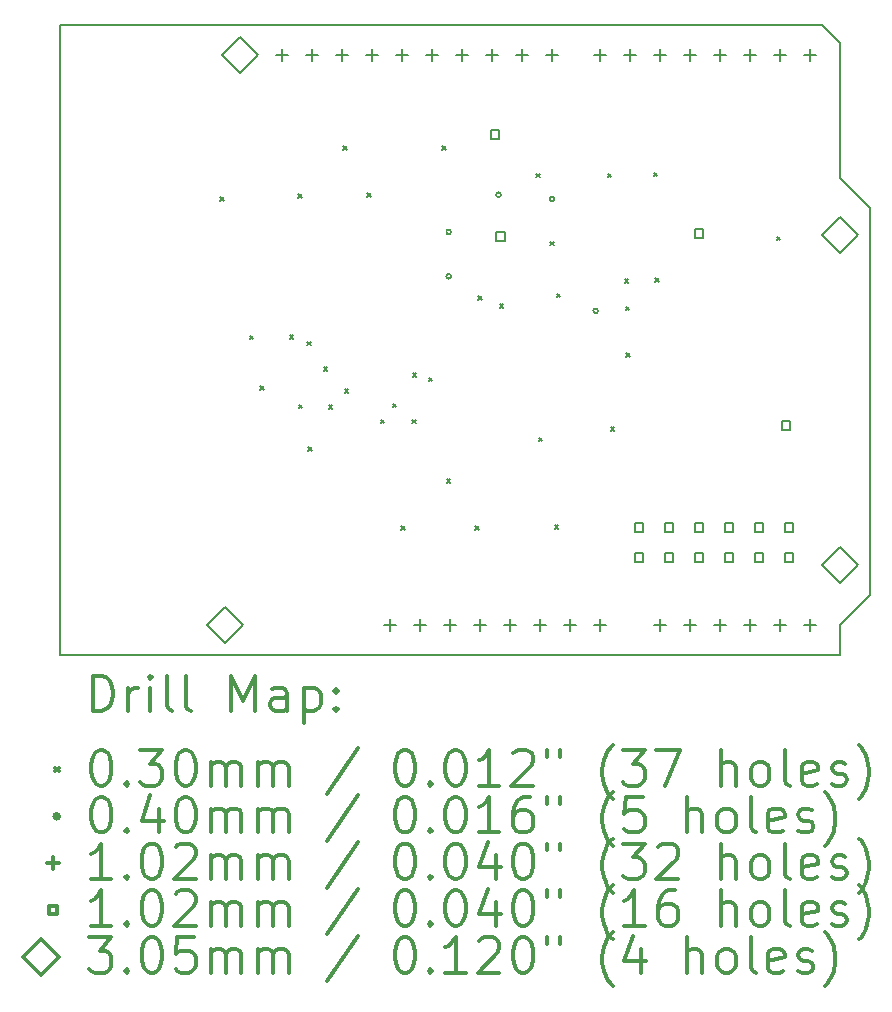
<source format=gbr>
%FSLAX45Y45*%
G04 Gerber Fmt 4.5, Leading zero omitted, Abs format (unit mm)*
G04 Created by KiCad (PCBNEW (5.1.8)-1) date 2021-05-07 12:59:07*
%MOMM*%
%LPD*%
G01*
G04 APERTURE LIST*
%TA.AperFunction,Profile*%
%ADD10C,0.150000*%
%TD*%
%ADD11C,0.200000*%
%ADD12C,0.300000*%
G04 APERTURE END LIST*
D10*
X17703800Y-7454900D02*
X17551400Y-7302500D01*
X17703800Y-8597900D02*
X17703800Y-7454900D01*
X17957800Y-8851900D02*
X17703800Y-8597900D01*
X17957800Y-12128500D02*
X17957800Y-8851900D01*
X17703800Y-12382500D02*
X17957800Y-12128500D01*
X17703800Y-12636500D02*
X17703800Y-12382500D01*
X11099800Y-12636500D02*
X17703800Y-12636500D01*
X11099800Y-7302500D02*
X11099800Y-12636500D01*
X17551400Y-7302500D02*
X11099800Y-7302500D01*
D11*
X12456400Y-8760700D02*
X12486400Y-8790700D01*
X12486400Y-8760700D02*
X12456400Y-8790700D01*
X12705320Y-9931640D02*
X12735320Y-9961640D01*
X12735320Y-9931640D02*
X12705320Y-9961640D01*
X12796760Y-10358360D02*
X12826760Y-10388360D01*
X12826760Y-10358360D02*
X12796760Y-10388360D01*
X13045680Y-9926560D02*
X13075680Y-9956560D01*
X13075680Y-9926560D02*
X13045680Y-9956560D01*
X13116800Y-8735300D02*
X13146800Y-8765300D01*
X13146800Y-8735300D02*
X13116800Y-8765300D01*
X13121880Y-10515840D02*
X13151880Y-10545840D01*
X13151880Y-10515840D02*
X13121880Y-10545840D01*
X13193000Y-9982440D02*
X13223000Y-10012440D01*
X13223000Y-9982440D02*
X13193000Y-10012440D01*
X13203160Y-10876520D02*
X13233160Y-10906520D01*
X13233160Y-10876520D02*
X13203160Y-10906520D01*
X13335240Y-10195800D02*
X13365240Y-10225800D01*
X13365240Y-10195800D02*
X13335240Y-10225800D01*
X13375880Y-10520920D02*
X13405880Y-10550920D01*
X13405880Y-10520920D02*
X13375880Y-10550920D01*
X13497800Y-8328900D02*
X13527800Y-8358900D01*
X13527800Y-8328900D02*
X13497800Y-8358900D01*
X13513040Y-10383760D02*
X13543040Y-10413760D01*
X13543040Y-10383760D02*
X13513040Y-10413760D01*
X13701000Y-8722600D02*
X13731000Y-8752600D01*
X13731000Y-8722600D02*
X13701000Y-8752600D01*
X13817840Y-10642840D02*
X13847840Y-10672840D01*
X13847840Y-10642840D02*
X13817840Y-10672840D01*
X13919440Y-10505680D02*
X13949440Y-10535680D01*
X13949440Y-10505680D02*
X13919440Y-10535680D01*
X13990560Y-11542000D02*
X14020560Y-11572000D01*
X14020560Y-11542000D02*
X13990560Y-11572000D01*
X14082000Y-10642840D02*
X14112000Y-10672840D01*
X14112000Y-10642840D02*
X14082000Y-10672840D01*
X14087080Y-10246600D02*
X14117080Y-10276600D01*
X14117080Y-10246600D02*
X14087080Y-10276600D01*
X14224240Y-10287240D02*
X14254240Y-10317240D01*
X14254240Y-10287240D02*
X14224240Y-10317240D01*
X14336000Y-8328900D02*
X14366000Y-8358900D01*
X14366000Y-8328900D02*
X14336000Y-8358900D01*
X14376640Y-11145760D02*
X14406640Y-11175760D01*
X14406640Y-11145760D02*
X14376640Y-11175760D01*
X14615400Y-11542000D02*
X14645400Y-11572000D01*
X14645400Y-11542000D02*
X14615400Y-11572000D01*
X14640800Y-9596360D02*
X14670800Y-9626360D01*
X14670800Y-9596360D02*
X14640800Y-9626360D01*
X14823680Y-9664940D02*
X14853680Y-9694940D01*
X14853680Y-9664940D02*
X14823680Y-9694940D01*
X15133560Y-8560040D02*
X15163560Y-8590040D01*
X15163560Y-8560040D02*
X15133560Y-8590040D01*
X15153880Y-10795240D02*
X15183880Y-10825240D01*
X15183880Y-10795240D02*
X15153880Y-10825240D01*
X15250400Y-9134080D02*
X15280400Y-9164080D01*
X15280400Y-9134080D02*
X15250400Y-9164080D01*
X15291040Y-11536920D02*
X15321040Y-11566920D01*
X15321040Y-11536920D02*
X15291040Y-11566920D01*
X15306280Y-9576040D02*
X15336280Y-9606040D01*
X15336280Y-9576040D02*
X15306280Y-9606040D01*
X15738080Y-8560040D02*
X15768080Y-8590040D01*
X15768080Y-8560040D02*
X15738080Y-8590040D01*
X15763480Y-10703800D02*
X15793480Y-10733800D01*
X15793480Y-10703800D02*
X15763480Y-10733800D01*
X15880320Y-9454120D02*
X15910320Y-9484120D01*
X15910320Y-9454120D02*
X15880320Y-9484120D01*
X15890480Y-9685260D02*
X15920480Y-9715260D01*
X15920480Y-9685260D02*
X15890480Y-9715260D01*
X15895560Y-10081500D02*
X15925560Y-10111500D01*
X15925560Y-10081500D02*
X15895560Y-10111500D01*
X16129240Y-8549880D02*
X16159240Y-8579880D01*
X16159240Y-8549880D02*
X16129240Y-8579880D01*
X16139400Y-9443960D02*
X16169400Y-9473960D01*
X16169400Y-9443960D02*
X16139400Y-9473960D01*
X17170640Y-9093440D02*
X17200640Y-9123440D01*
X17200640Y-9093440D02*
X17170640Y-9123440D01*
X14411640Y-9052560D02*
G75*
G03*
X14411640Y-9052560I-20000J0D01*
G01*
X14411640Y-9428480D02*
G75*
G03*
X14411640Y-9428480I-20000J0D01*
G01*
X14833280Y-8737600D02*
G75*
G03*
X14833280Y-8737600I-20000J0D01*
G01*
X15285400Y-8773160D02*
G75*
G03*
X15285400Y-8773160I-20000J0D01*
G01*
X15656240Y-9720580D02*
G75*
G03*
X15656240Y-9720580I-20000J0D01*
G01*
X12979400Y-7505700D02*
X12979400Y-7607300D01*
X12928600Y-7556500D02*
X13030200Y-7556500D01*
X13233400Y-7505700D02*
X13233400Y-7607300D01*
X13182600Y-7556500D02*
X13284200Y-7556500D01*
X13487400Y-7505700D02*
X13487400Y-7607300D01*
X13436600Y-7556500D02*
X13538200Y-7556500D01*
X13741400Y-7505700D02*
X13741400Y-7607300D01*
X13690600Y-7556500D02*
X13792200Y-7556500D01*
X13995400Y-7505700D02*
X13995400Y-7607300D01*
X13944600Y-7556500D02*
X14046200Y-7556500D01*
X14249400Y-7505700D02*
X14249400Y-7607300D01*
X14198600Y-7556500D02*
X14300200Y-7556500D01*
X14503400Y-7505700D02*
X14503400Y-7607300D01*
X14452600Y-7556500D02*
X14554200Y-7556500D01*
X14757400Y-7505700D02*
X14757400Y-7607300D01*
X14706600Y-7556500D02*
X14808200Y-7556500D01*
X15011400Y-7505700D02*
X15011400Y-7607300D01*
X14960600Y-7556500D02*
X15062200Y-7556500D01*
X15265400Y-7505700D02*
X15265400Y-7607300D01*
X15214600Y-7556500D02*
X15316200Y-7556500D01*
X16179800Y-12331700D02*
X16179800Y-12433300D01*
X16129000Y-12382500D02*
X16230600Y-12382500D01*
X16433800Y-12331700D02*
X16433800Y-12433300D01*
X16383000Y-12382500D02*
X16484600Y-12382500D01*
X16687800Y-12331700D02*
X16687800Y-12433300D01*
X16637000Y-12382500D02*
X16738600Y-12382500D01*
X16941800Y-12331700D02*
X16941800Y-12433300D01*
X16891000Y-12382500D02*
X16992600Y-12382500D01*
X17195800Y-12331700D02*
X17195800Y-12433300D01*
X17145000Y-12382500D02*
X17246600Y-12382500D01*
X17449800Y-12331700D02*
X17449800Y-12433300D01*
X17399000Y-12382500D02*
X17500600Y-12382500D01*
X15671800Y-7505700D02*
X15671800Y-7607300D01*
X15621000Y-7556500D02*
X15722600Y-7556500D01*
X15925800Y-7505700D02*
X15925800Y-7607300D01*
X15875000Y-7556500D02*
X15976600Y-7556500D01*
X16179800Y-7505700D02*
X16179800Y-7607300D01*
X16129000Y-7556500D02*
X16230600Y-7556500D01*
X16433800Y-7505700D02*
X16433800Y-7607300D01*
X16383000Y-7556500D02*
X16484600Y-7556500D01*
X16687800Y-7505700D02*
X16687800Y-7607300D01*
X16637000Y-7556500D02*
X16738600Y-7556500D01*
X16941800Y-7505700D02*
X16941800Y-7607300D01*
X16891000Y-7556500D02*
X16992600Y-7556500D01*
X17195800Y-7505700D02*
X17195800Y-7607300D01*
X17145000Y-7556500D02*
X17246600Y-7556500D01*
X17449800Y-7505700D02*
X17449800Y-7607300D01*
X17399000Y-7556500D02*
X17500600Y-7556500D01*
X13893800Y-12331700D02*
X13893800Y-12433300D01*
X13843000Y-12382500D02*
X13944600Y-12382500D01*
X14147800Y-12331700D02*
X14147800Y-12433300D01*
X14097000Y-12382500D02*
X14198600Y-12382500D01*
X14401800Y-12331700D02*
X14401800Y-12433300D01*
X14351000Y-12382500D02*
X14452600Y-12382500D01*
X14655800Y-12331700D02*
X14655800Y-12433300D01*
X14605000Y-12382500D02*
X14706600Y-12382500D01*
X14909800Y-12331700D02*
X14909800Y-12433300D01*
X14859000Y-12382500D02*
X14960600Y-12382500D01*
X15163800Y-12331700D02*
X15163800Y-12433300D01*
X15113000Y-12382500D02*
X15214600Y-12382500D01*
X15417800Y-12331700D02*
X15417800Y-12433300D01*
X15367000Y-12382500D02*
X15468600Y-12382500D01*
X15671800Y-12331700D02*
X15671800Y-12433300D01*
X15621000Y-12382500D02*
X15722600Y-12382500D01*
X14864583Y-9126723D02*
X14864583Y-9054597D01*
X14792457Y-9054597D01*
X14792457Y-9126723D01*
X14864583Y-9126723D01*
X16038063Y-11593063D02*
X16038063Y-11520937D01*
X15965937Y-11520937D01*
X15965937Y-11593063D01*
X16038063Y-11593063D01*
X16038063Y-11847063D02*
X16038063Y-11774937D01*
X15965937Y-11774937D01*
X15965937Y-11847063D01*
X16038063Y-11847063D01*
X16292063Y-11593063D02*
X16292063Y-11520937D01*
X16219937Y-11520937D01*
X16219937Y-11593063D01*
X16292063Y-11593063D01*
X16292063Y-11847063D02*
X16292063Y-11774937D01*
X16219937Y-11774937D01*
X16219937Y-11847063D01*
X16292063Y-11847063D01*
X16546063Y-11593063D02*
X16546063Y-11520937D01*
X16473937Y-11520937D01*
X16473937Y-11593063D01*
X16546063Y-11593063D01*
X16546063Y-11847063D02*
X16546063Y-11774937D01*
X16473937Y-11774937D01*
X16473937Y-11847063D01*
X16546063Y-11847063D01*
X16800063Y-11593063D02*
X16800063Y-11520937D01*
X16727937Y-11520937D01*
X16727937Y-11593063D01*
X16800063Y-11593063D01*
X16800063Y-11847063D02*
X16800063Y-11774937D01*
X16727937Y-11774937D01*
X16727937Y-11847063D01*
X16800063Y-11847063D01*
X17054063Y-11593063D02*
X17054063Y-11520937D01*
X16981937Y-11520937D01*
X16981937Y-11593063D01*
X17054063Y-11593063D01*
X17054063Y-11847063D02*
X17054063Y-11774937D01*
X16981937Y-11774937D01*
X16981937Y-11847063D01*
X17054063Y-11847063D01*
X17308063Y-11593063D02*
X17308063Y-11520937D01*
X17235937Y-11520937D01*
X17235937Y-11593063D01*
X17308063Y-11593063D01*
X17308063Y-11847063D02*
X17308063Y-11774937D01*
X17235937Y-11774937D01*
X17235937Y-11847063D01*
X17308063Y-11847063D01*
X16546063Y-9103863D02*
X16546063Y-9031737D01*
X16473937Y-9031737D01*
X16473937Y-9103863D01*
X16546063Y-9103863D01*
X17282663Y-10729463D02*
X17282663Y-10657337D01*
X17210537Y-10657337D01*
X17210537Y-10729463D01*
X17282663Y-10729463D01*
X14818863Y-8265663D02*
X14818863Y-8193537D01*
X14746737Y-8193537D01*
X14746737Y-8265663D01*
X14818863Y-8265663D01*
X17703800Y-12026900D02*
X17856200Y-11874500D01*
X17703800Y-11722100D01*
X17551400Y-11874500D01*
X17703800Y-12026900D01*
X17703800Y-9232900D02*
X17856200Y-9080500D01*
X17703800Y-8928100D01*
X17551400Y-9080500D01*
X17703800Y-9232900D01*
X12623800Y-7708900D02*
X12776200Y-7556500D01*
X12623800Y-7404100D01*
X12471400Y-7556500D01*
X12623800Y-7708900D01*
X12496800Y-12534900D02*
X12649200Y-12382500D01*
X12496800Y-12230100D01*
X12344400Y-12382500D01*
X12496800Y-12534900D01*
D12*
X11378728Y-13109714D02*
X11378728Y-12809714D01*
X11450157Y-12809714D01*
X11493014Y-12824000D01*
X11521586Y-12852571D01*
X11535871Y-12881143D01*
X11550157Y-12938286D01*
X11550157Y-12981143D01*
X11535871Y-13038286D01*
X11521586Y-13066857D01*
X11493014Y-13095429D01*
X11450157Y-13109714D01*
X11378728Y-13109714D01*
X11678728Y-13109714D02*
X11678728Y-12909714D01*
X11678728Y-12966857D02*
X11693014Y-12938286D01*
X11707300Y-12924000D01*
X11735871Y-12909714D01*
X11764443Y-12909714D01*
X11864443Y-13109714D02*
X11864443Y-12909714D01*
X11864443Y-12809714D02*
X11850157Y-12824000D01*
X11864443Y-12838286D01*
X11878728Y-12824000D01*
X11864443Y-12809714D01*
X11864443Y-12838286D01*
X12050157Y-13109714D02*
X12021586Y-13095429D01*
X12007300Y-13066857D01*
X12007300Y-12809714D01*
X12207300Y-13109714D02*
X12178728Y-13095429D01*
X12164443Y-13066857D01*
X12164443Y-12809714D01*
X12550157Y-13109714D02*
X12550157Y-12809714D01*
X12650157Y-13024000D01*
X12750157Y-12809714D01*
X12750157Y-13109714D01*
X13021586Y-13109714D02*
X13021586Y-12952571D01*
X13007300Y-12924000D01*
X12978728Y-12909714D01*
X12921586Y-12909714D01*
X12893014Y-12924000D01*
X13021586Y-13095429D02*
X12993014Y-13109714D01*
X12921586Y-13109714D01*
X12893014Y-13095429D01*
X12878728Y-13066857D01*
X12878728Y-13038286D01*
X12893014Y-13009714D01*
X12921586Y-12995429D01*
X12993014Y-12995429D01*
X13021586Y-12981143D01*
X13164443Y-12909714D02*
X13164443Y-13209714D01*
X13164443Y-12924000D02*
X13193014Y-12909714D01*
X13250157Y-12909714D01*
X13278728Y-12924000D01*
X13293014Y-12938286D01*
X13307300Y-12966857D01*
X13307300Y-13052571D01*
X13293014Y-13081143D01*
X13278728Y-13095429D01*
X13250157Y-13109714D01*
X13193014Y-13109714D01*
X13164443Y-13095429D01*
X13435871Y-13081143D02*
X13450157Y-13095429D01*
X13435871Y-13109714D01*
X13421586Y-13095429D01*
X13435871Y-13081143D01*
X13435871Y-13109714D01*
X13435871Y-12924000D02*
X13450157Y-12938286D01*
X13435871Y-12952571D01*
X13421586Y-12938286D01*
X13435871Y-12924000D01*
X13435871Y-12952571D01*
X11062300Y-13589000D02*
X11092300Y-13619000D01*
X11092300Y-13589000D02*
X11062300Y-13619000D01*
X11435871Y-13439714D02*
X11464443Y-13439714D01*
X11493014Y-13454000D01*
X11507300Y-13468286D01*
X11521586Y-13496857D01*
X11535871Y-13554000D01*
X11535871Y-13625429D01*
X11521586Y-13682571D01*
X11507300Y-13711143D01*
X11493014Y-13725429D01*
X11464443Y-13739714D01*
X11435871Y-13739714D01*
X11407300Y-13725429D01*
X11393014Y-13711143D01*
X11378728Y-13682571D01*
X11364443Y-13625429D01*
X11364443Y-13554000D01*
X11378728Y-13496857D01*
X11393014Y-13468286D01*
X11407300Y-13454000D01*
X11435871Y-13439714D01*
X11664443Y-13711143D02*
X11678728Y-13725429D01*
X11664443Y-13739714D01*
X11650157Y-13725429D01*
X11664443Y-13711143D01*
X11664443Y-13739714D01*
X11778728Y-13439714D02*
X11964443Y-13439714D01*
X11864443Y-13554000D01*
X11907300Y-13554000D01*
X11935871Y-13568286D01*
X11950157Y-13582571D01*
X11964443Y-13611143D01*
X11964443Y-13682571D01*
X11950157Y-13711143D01*
X11935871Y-13725429D01*
X11907300Y-13739714D01*
X11821586Y-13739714D01*
X11793014Y-13725429D01*
X11778728Y-13711143D01*
X12150157Y-13439714D02*
X12178728Y-13439714D01*
X12207300Y-13454000D01*
X12221586Y-13468286D01*
X12235871Y-13496857D01*
X12250157Y-13554000D01*
X12250157Y-13625429D01*
X12235871Y-13682571D01*
X12221586Y-13711143D01*
X12207300Y-13725429D01*
X12178728Y-13739714D01*
X12150157Y-13739714D01*
X12121586Y-13725429D01*
X12107300Y-13711143D01*
X12093014Y-13682571D01*
X12078728Y-13625429D01*
X12078728Y-13554000D01*
X12093014Y-13496857D01*
X12107300Y-13468286D01*
X12121586Y-13454000D01*
X12150157Y-13439714D01*
X12378728Y-13739714D02*
X12378728Y-13539714D01*
X12378728Y-13568286D02*
X12393014Y-13554000D01*
X12421586Y-13539714D01*
X12464443Y-13539714D01*
X12493014Y-13554000D01*
X12507300Y-13582571D01*
X12507300Y-13739714D01*
X12507300Y-13582571D02*
X12521586Y-13554000D01*
X12550157Y-13539714D01*
X12593014Y-13539714D01*
X12621586Y-13554000D01*
X12635871Y-13582571D01*
X12635871Y-13739714D01*
X12778728Y-13739714D02*
X12778728Y-13539714D01*
X12778728Y-13568286D02*
X12793014Y-13554000D01*
X12821586Y-13539714D01*
X12864443Y-13539714D01*
X12893014Y-13554000D01*
X12907300Y-13582571D01*
X12907300Y-13739714D01*
X12907300Y-13582571D02*
X12921586Y-13554000D01*
X12950157Y-13539714D01*
X12993014Y-13539714D01*
X13021586Y-13554000D01*
X13035871Y-13582571D01*
X13035871Y-13739714D01*
X13621586Y-13425429D02*
X13364443Y-13811143D01*
X14007300Y-13439714D02*
X14035871Y-13439714D01*
X14064443Y-13454000D01*
X14078728Y-13468286D01*
X14093014Y-13496857D01*
X14107300Y-13554000D01*
X14107300Y-13625429D01*
X14093014Y-13682571D01*
X14078728Y-13711143D01*
X14064443Y-13725429D01*
X14035871Y-13739714D01*
X14007300Y-13739714D01*
X13978728Y-13725429D01*
X13964443Y-13711143D01*
X13950157Y-13682571D01*
X13935871Y-13625429D01*
X13935871Y-13554000D01*
X13950157Y-13496857D01*
X13964443Y-13468286D01*
X13978728Y-13454000D01*
X14007300Y-13439714D01*
X14235871Y-13711143D02*
X14250157Y-13725429D01*
X14235871Y-13739714D01*
X14221586Y-13725429D01*
X14235871Y-13711143D01*
X14235871Y-13739714D01*
X14435871Y-13439714D02*
X14464443Y-13439714D01*
X14493014Y-13454000D01*
X14507300Y-13468286D01*
X14521586Y-13496857D01*
X14535871Y-13554000D01*
X14535871Y-13625429D01*
X14521586Y-13682571D01*
X14507300Y-13711143D01*
X14493014Y-13725429D01*
X14464443Y-13739714D01*
X14435871Y-13739714D01*
X14407300Y-13725429D01*
X14393014Y-13711143D01*
X14378728Y-13682571D01*
X14364443Y-13625429D01*
X14364443Y-13554000D01*
X14378728Y-13496857D01*
X14393014Y-13468286D01*
X14407300Y-13454000D01*
X14435871Y-13439714D01*
X14821586Y-13739714D02*
X14650157Y-13739714D01*
X14735871Y-13739714D02*
X14735871Y-13439714D01*
X14707300Y-13482571D01*
X14678728Y-13511143D01*
X14650157Y-13525429D01*
X14935871Y-13468286D02*
X14950157Y-13454000D01*
X14978728Y-13439714D01*
X15050157Y-13439714D01*
X15078728Y-13454000D01*
X15093014Y-13468286D01*
X15107300Y-13496857D01*
X15107300Y-13525429D01*
X15093014Y-13568286D01*
X14921586Y-13739714D01*
X15107300Y-13739714D01*
X15221586Y-13439714D02*
X15221586Y-13496857D01*
X15335871Y-13439714D02*
X15335871Y-13496857D01*
X15778728Y-13854000D02*
X15764443Y-13839714D01*
X15735871Y-13796857D01*
X15721586Y-13768286D01*
X15707300Y-13725429D01*
X15693014Y-13654000D01*
X15693014Y-13596857D01*
X15707300Y-13525429D01*
X15721586Y-13482571D01*
X15735871Y-13454000D01*
X15764443Y-13411143D01*
X15778728Y-13396857D01*
X15864443Y-13439714D02*
X16050157Y-13439714D01*
X15950157Y-13554000D01*
X15993014Y-13554000D01*
X16021586Y-13568286D01*
X16035871Y-13582571D01*
X16050157Y-13611143D01*
X16050157Y-13682571D01*
X16035871Y-13711143D01*
X16021586Y-13725429D01*
X15993014Y-13739714D01*
X15907300Y-13739714D01*
X15878728Y-13725429D01*
X15864443Y-13711143D01*
X16150157Y-13439714D02*
X16350157Y-13439714D01*
X16221586Y-13739714D01*
X16693014Y-13739714D02*
X16693014Y-13439714D01*
X16821586Y-13739714D02*
X16821586Y-13582571D01*
X16807300Y-13554000D01*
X16778728Y-13539714D01*
X16735871Y-13539714D01*
X16707300Y-13554000D01*
X16693014Y-13568286D01*
X17007300Y-13739714D02*
X16978728Y-13725429D01*
X16964443Y-13711143D01*
X16950157Y-13682571D01*
X16950157Y-13596857D01*
X16964443Y-13568286D01*
X16978728Y-13554000D01*
X17007300Y-13539714D01*
X17050157Y-13539714D01*
X17078728Y-13554000D01*
X17093014Y-13568286D01*
X17107300Y-13596857D01*
X17107300Y-13682571D01*
X17093014Y-13711143D01*
X17078728Y-13725429D01*
X17050157Y-13739714D01*
X17007300Y-13739714D01*
X17278728Y-13739714D02*
X17250157Y-13725429D01*
X17235871Y-13696857D01*
X17235871Y-13439714D01*
X17507300Y-13725429D02*
X17478728Y-13739714D01*
X17421586Y-13739714D01*
X17393014Y-13725429D01*
X17378728Y-13696857D01*
X17378728Y-13582571D01*
X17393014Y-13554000D01*
X17421586Y-13539714D01*
X17478728Y-13539714D01*
X17507300Y-13554000D01*
X17521586Y-13582571D01*
X17521586Y-13611143D01*
X17378728Y-13639714D01*
X17635871Y-13725429D02*
X17664443Y-13739714D01*
X17721586Y-13739714D01*
X17750157Y-13725429D01*
X17764443Y-13696857D01*
X17764443Y-13682571D01*
X17750157Y-13654000D01*
X17721586Y-13639714D01*
X17678728Y-13639714D01*
X17650157Y-13625429D01*
X17635871Y-13596857D01*
X17635871Y-13582571D01*
X17650157Y-13554000D01*
X17678728Y-13539714D01*
X17721586Y-13539714D01*
X17750157Y-13554000D01*
X17864443Y-13854000D02*
X17878728Y-13839714D01*
X17907300Y-13796857D01*
X17921586Y-13768286D01*
X17935871Y-13725429D01*
X17950157Y-13654000D01*
X17950157Y-13596857D01*
X17935871Y-13525429D01*
X17921586Y-13482571D01*
X17907300Y-13454000D01*
X17878728Y-13411143D01*
X17864443Y-13396857D01*
X11092300Y-14000000D02*
G75*
G03*
X11092300Y-14000000I-20000J0D01*
G01*
X11435871Y-13835714D02*
X11464443Y-13835714D01*
X11493014Y-13850000D01*
X11507300Y-13864286D01*
X11521586Y-13892857D01*
X11535871Y-13950000D01*
X11535871Y-14021429D01*
X11521586Y-14078571D01*
X11507300Y-14107143D01*
X11493014Y-14121429D01*
X11464443Y-14135714D01*
X11435871Y-14135714D01*
X11407300Y-14121429D01*
X11393014Y-14107143D01*
X11378728Y-14078571D01*
X11364443Y-14021429D01*
X11364443Y-13950000D01*
X11378728Y-13892857D01*
X11393014Y-13864286D01*
X11407300Y-13850000D01*
X11435871Y-13835714D01*
X11664443Y-14107143D02*
X11678728Y-14121429D01*
X11664443Y-14135714D01*
X11650157Y-14121429D01*
X11664443Y-14107143D01*
X11664443Y-14135714D01*
X11935871Y-13935714D02*
X11935871Y-14135714D01*
X11864443Y-13821429D02*
X11793014Y-14035714D01*
X11978728Y-14035714D01*
X12150157Y-13835714D02*
X12178728Y-13835714D01*
X12207300Y-13850000D01*
X12221586Y-13864286D01*
X12235871Y-13892857D01*
X12250157Y-13950000D01*
X12250157Y-14021429D01*
X12235871Y-14078571D01*
X12221586Y-14107143D01*
X12207300Y-14121429D01*
X12178728Y-14135714D01*
X12150157Y-14135714D01*
X12121586Y-14121429D01*
X12107300Y-14107143D01*
X12093014Y-14078571D01*
X12078728Y-14021429D01*
X12078728Y-13950000D01*
X12093014Y-13892857D01*
X12107300Y-13864286D01*
X12121586Y-13850000D01*
X12150157Y-13835714D01*
X12378728Y-14135714D02*
X12378728Y-13935714D01*
X12378728Y-13964286D02*
X12393014Y-13950000D01*
X12421586Y-13935714D01*
X12464443Y-13935714D01*
X12493014Y-13950000D01*
X12507300Y-13978571D01*
X12507300Y-14135714D01*
X12507300Y-13978571D02*
X12521586Y-13950000D01*
X12550157Y-13935714D01*
X12593014Y-13935714D01*
X12621586Y-13950000D01*
X12635871Y-13978571D01*
X12635871Y-14135714D01*
X12778728Y-14135714D02*
X12778728Y-13935714D01*
X12778728Y-13964286D02*
X12793014Y-13950000D01*
X12821586Y-13935714D01*
X12864443Y-13935714D01*
X12893014Y-13950000D01*
X12907300Y-13978571D01*
X12907300Y-14135714D01*
X12907300Y-13978571D02*
X12921586Y-13950000D01*
X12950157Y-13935714D01*
X12993014Y-13935714D01*
X13021586Y-13950000D01*
X13035871Y-13978571D01*
X13035871Y-14135714D01*
X13621586Y-13821429D02*
X13364443Y-14207143D01*
X14007300Y-13835714D02*
X14035871Y-13835714D01*
X14064443Y-13850000D01*
X14078728Y-13864286D01*
X14093014Y-13892857D01*
X14107300Y-13950000D01*
X14107300Y-14021429D01*
X14093014Y-14078571D01*
X14078728Y-14107143D01*
X14064443Y-14121429D01*
X14035871Y-14135714D01*
X14007300Y-14135714D01*
X13978728Y-14121429D01*
X13964443Y-14107143D01*
X13950157Y-14078571D01*
X13935871Y-14021429D01*
X13935871Y-13950000D01*
X13950157Y-13892857D01*
X13964443Y-13864286D01*
X13978728Y-13850000D01*
X14007300Y-13835714D01*
X14235871Y-14107143D02*
X14250157Y-14121429D01*
X14235871Y-14135714D01*
X14221586Y-14121429D01*
X14235871Y-14107143D01*
X14235871Y-14135714D01*
X14435871Y-13835714D02*
X14464443Y-13835714D01*
X14493014Y-13850000D01*
X14507300Y-13864286D01*
X14521586Y-13892857D01*
X14535871Y-13950000D01*
X14535871Y-14021429D01*
X14521586Y-14078571D01*
X14507300Y-14107143D01*
X14493014Y-14121429D01*
X14464443Y-14135714D01*
X14435871Y-14135714D01*
X14407300Y-14121429D01*
X14393014Y-14107143D01*
X14378728Y-14078571D01*
X14364443Y-14021429D01*
X14364443Y-13950000D01*
X14378728Y-13892857D01*
X14393014Y-13864286D01*
X14407300Y-13850000D01*
X14435871Y-13835714D01*
X14821586Y-14135714D02*
X14650157Y-14135714D01*
X14735871Y-14135714D02*
X14735871Y-13835714D01*
X14707300Y-13878571D01*
X14678728Y-13907143D01*
X14650157Y-13921429D01*
X15078728Y-13835714D02*
X15021586Y-13835714D01*
X14993014Y-13850000D01*
X14978728Y-13864286D01*
X14950157Y-13907143D01*
X14935871Y-13964286D01*
X14935871Y-14078571D01*
X14950157Y-14107143D01*
X14964443Y-14121429D01*
X14993014Y-14135714D01*
X15050157Y-14135714D01*
X15078728Y-14121429D01*
X15093014Y-14107143D01*
X15107300Y-14078571D01*
X15107300Y-14007143D01*
X15093014Y-13978571D01*
X15078728Y-13964286D01*
X15050157Y-13950000D01*
X14993014Y-13950000D01*
X14964443Y-13964286D01*
X14950157Y-13978571D01*
X14935871Y-14007143D01*
X15221586Y-13835714D02*
X15221586Y-13892857D01*
X15335871Y-13835714D02*
X15335871Y-13892857D01*
X15778728Y-14250000D02*
X15764443Y-14235714D01*
X15735871Y-14192857D01*
X15721586Y-14164286D01*
X15707300Y-14121429D01*
X15693014Y-14050000D01*
X15693014Y-13992857D01*
X15707300Y-13921429D01*
X15721586Y-13878571D01*
X15735871Y-13850000D01*
X15764443Y-13807143D01*
X15778728Y-13792857D01*
X16035871Y-13835714D02*
X15893014Y-13835714D01*
X15878728Y-13978571D01*
X15893014Y-13964286D01*
X15921586Y-13950000D01*
X15993014Y-13950000D01*
X16021586Y-13964286D01*
X16035871Y-13978571D01*
X16050157Y-14007143D01*
X16050157Y-14078571D01*
X16035871Y-14107143D01*
X16021586Y-14121429D01*
X15993014Y-14135714D01*
X15921586Y-14135714D01*
X15893014Y-14121429D01*
X15878728Y-14107143D01*
X16407300Y-14135714D02*
X16407300Y-13835714D01*
X16535871Y-14135714D02*
X16535871Y-13978571D01*
X16521586Y-13950000D01*
X16493014Y-13935714D01*
X16450157Y-13935714D01*
X16421586Y-13950000D01*
X16407300Y-13964286D01*
X16721586Y-14135714D02*
X16693014Y-14121429D01*
X16678728Y-14107143D01*
X16664443Y-14078571D01*
X16664443Y-13992857D01*
X16678728Y-13964286D01*
X16693014Y-13950000D01*
X16721586Y-13935714D01*
X16764443Y-13935714D01*
X16793014Y-13950000D01*
X16807300Y-13964286D01*
X16821586Y-13992857D01*
X16821586Y-14078571D01*
X16807300Y-14107143D01*
X16793014Y-14121429D01*
X16764443Y-14135714D01*
X16721586Y-14135714D01*
X16993014Y-14135714D02*
X16964443Y-14121429D01*
X16950157Y-14092857D01*
X16950157Y-13835714D01*
X17221586Y-14121429D02*
X17193014Y-14135714D01*
X17135871Y-14135714D01*
X17107300Y-14121429D01*
X17093014Y-14092857D01*
X17093014Y-13978571D01*
X17107300Y-13950000D01*
X17135871Y-13935714D01*
X17193014Y-13935714D01*
X17221586Y-13950000D01*
X17235871Y-13978571D01*
X17235871Y-14007143D01*
X17093014Y-14035714D01*
X17350157Y-14121429D02*
X17378728Y-14135714D01*
X17435871Y-14135714D01*
X17464443Y-14121429D01*
X17478728Y-14092857D01*
X17478728Y-14078571D01*
X17464443Y-14050000D01*
X17435871Y-14035714D01*
X17393014Y-14035714D01*
X17364443Y-14021429D01*
X17350157Y-13992857D01*
X17350157Y-13978571D01*
X17364443Y-13950000D01*
X17393014Y-13935714D01*
X17435871Y-13935714D01*
X17464443Y-13950000D01*
X17578728Y-14250000D02*
X17593014Y-14235714D01*
X17621586Y-14192857D01*
X17635871Y-14164286D01*
X17650157Y-14121429D01*
X17664443Y-14050000D01*
X17664443Y-13992857D01*
X17650157Y-13921429D01*
X17635871Y-13878571D01*
X17621586Y-13850000D01*
X17593014Y-13807143D01*
X17578728Y-13792857D01*
X11041500Y-14345200D02*
X11041500Y-14446800D01*
X10990700Y-14396000D02*
X11092300Y-14396000D01*
X11535871Y-14531714D02*
X11364443Y-14531714D01*
X11450157Y-14531714D02*
X11450157Y-14231714D01*
X11421586Y-14274571D01*
X11393014Y-14303143D01*
X11364443Y-14317429D01*
X11664443Y-14503143D02*
X11678728Y-14517429D01*
X11664443Y-14531714D01*
X11650157Y-14517429D01*
X11664443Y-14503143D01*
X11664443Y-14531714D01*
X11864443Y-14231714D02*
X11893014Y-14231714D01*
X11921586Y-14246000D01*
X11935871Y-14260286D01*
X11950157Y-14288857D01*
X11964443Y-14346000D01*
X11964443Y-14417429D01*
X11950157Y-14474571D01*
X11935871Y-14503143D01*
X11921586Y-14517429D01*
X11893014Y-14531714D01*
X11864443Y-14531714D01*
X11835871Y-14517429D01*
X11821586Y-14503143D01*
X11807300Y-14474571D01*
X11793014Y-14417429D01*
X11793014Y-14346000D01*
X11807300Y-14288857D01*
X11821586Y-14260286D01*
X11835871Y-14246000D01*
X11864443Y-14231714D01*
X12078728Y-14260286D02*
X12093014Y-14246000D01*
X12121586Y-14231714D01*
X12193014Y-14231714D01*
X12221586Y-14246000D01*
X12235871Y-14260286D01*
X12250157Y-14288857D01*
X12250157Y-14317429D01*
X12235871Y-14360286D01*
X12064443Y-14531714D01*
X12250157Y-14531714D01*
X12378728Y-14531714D02*
X12378728Y-14331714D01*
X12378728Y-14360286D02*
X12393014Y-14346000D01*
X12421586Y-14331714D01*
X12464443Y-14331714D01*
X12493014Y-14346000D01*
X12507300Y-14374571D01*
X12507300Y-14531714D01*
X12507300Y-14374571D02*
X12521586Y-14346000D01*
X12550157Y-14331714D01*
X12593014Y-14331714D01*
X12621586Y-14346000D01*
X12635871Y-14374571D01*
X12635871Y-14531714D01*
X12778728Y-14531714D02*
X12778728Y-14331714D01*
X12778728Y-14360286D02*
X12793014Y-14346000D01*
X12821586Y-14331714D01*
X12864443Y-14331714D01*
X12893014Y-14346000D01*
X12907300Y-14374571D01*
X12907300Y-14531714D01*
X12907300Y-14374571D02*
X12921586Y-14346000D01*
X12950157Y-14331714D01*
X12993014Y-14331714D01*
X13021586Y-14346000D01*
X13035871Y-14374571D01*
X13035871Y-14531714D01*
X13621586Y-14217429D02*
X13364443Y-14603143D01*
X14007300Y-14231714D02*
X14035871Y-14231714D01*
X14064443Y-14246000D01*
X14078728Y-14260286D01*
X14093014Y-14288857D01*
X14107300Y-14346000D01*
X14107300Y-14417429D01*
X14093014Y-14474571D01*
X14078728Y-14503143D01*
X14064443Y-14517429D01*
X14035871Y-14531714D01*
X14007300Y-14531714D01*
X13978728Y-14517429D01*
X13964443Y-14503143D01*
X13950157Y-14474571D01*
X13935871Y-14417429D01*
X13935871Y-14346000D01*
X13950157Y-14288857D01*
X13964443Y-14260286D01*
X13978728Y-14246000D01*
X14007300Y-14231714D01*
X14235871Y-14503143D02*
X14250157Y-14517429D01*
X14235871Y-14531714D01*
X14221586Y-14517429D01*
X14235871Y-14503143D01*
X14235871Y-14531714D01*
X14435871Y-14231714D02*
X14464443Y-14231714D01*
X14493014Y-14246000D01*
X14507300Y-14260286D01*
X14521586Y-14288857D01*
X14535871Y-14346000D01*
X14535871Y-14417429D01*
X14521586Y-14474571D01*
X14507300Y-14503143D01*
X14493014Y-14517429D01*
X14464443Y-14531714D01*
X14435871Y-14531714D01*
X14407300Y-14517429D01*
X14393014Y-14503143D01*
X14378728Y-14474571D01*
X14364443Y-14417429D01*
X14364443Y-14346000D01*
X14378728Y-14288857D01*
X14393014Y-14260286D01*
X14407300Y-14246000D01*
X14435871Y-14231714D01*
X14793014Y-14331714D02*
X14793014Y-14531714D01*
X14721586Y-14217429D02*
X14650157Y-14431714D01*
X14835871Y-14431714D01*
X15007300Y-14231714D02*
X15035871Y-14231714D01*
X15064443Y-14246000D01*
X15078728Y-14260286D01*
X15093014Y-14288857D01*
X15107300Y-14346000D01*
X15107300Y-14417429D01*
X15093014Y-14474571D01*
X15078728Y-14503143D01*
X15064443Y-14517429D01*
X15035871Y-14531714D01*
X15007300Y-14531714D01*
X14978728Y-14517429D01*
X14964443Y-14503143D01*
X14950157Y-14474571D01*
X14935871Y-14417429D01*
X14935871Y-14346000D01*
X14950157Y-14288857D01*
X14964443Y-14260286D01*
X14978728Y-14246000D01*
X15007300Y-14231714D01*
X15221586Y-14231714D02*
X15221586Y-14288857D01*
X15335871Y-14231714D02*
X15335871Y-14288857D01*
X15778728Y-14646000D02*
X15764443Y-14631714D01*
X15735871Y-14588857D01*
X15721586Y-14560286D01*
X15707300Y-14517429D01*
X15693014Y-14446000D01*
X15693014Y-14388857D01*
X15707300Y-14317429D01*
X15721586Y-14274571D01*
X15735871Y-14246000D01*
X15764443Y-14203143D01*
X15778728Y-14188857D01*
X15864443Y-14231714D02*
X16050157Y-14231714D01*
X15950157Y-14346000D01*
X15993014Y-14346000D01*
X16021586Y-14360286D01*
X16035871Y-14374571D01*
X16050157Y-14403143D01*
X16050157Y-14474571D01*
X16035871Y-14503143D01*
X16021586Y-14517429D01*
X15993014Y-14531714D01*
X15907300Y-14531714D01*
X15878728Y-14517429D01*
X15864443Y-14503143D01*
X16164443Y-14260286D02*
X16178728Y-14246000D01*
X16207300Y-14231714D01*
X16278728Y-14231714D01*
X16307300Y-14246000D01*
X16321586Y-14260286D01*
X16335871Y-14288857D01*
X16335871Y-14317429D01*
X16321586Y-14360286D01*
X16150157Y-14531714D01*
X16335871Y-14531714D01*
X16693014Y-14531714D02*
X16693014Y-14231714D01*
X16821586Y-14531714D02*
X16821586Y-14374571D01*
X16807300Y-14346000D01*
X16778728Y-14331714D01*
X16735871Y-14331714D01*
X16707300Y-14346000D01*
X16693014Y-14360286D01*
X17007300Y-14531714D02*
X16978728Y-14517429D01*
X16964443Y-14503143D01*
X16950157Y-14474571D01*
X16950157Y-14388857D01*
X16964443Y-14360286D01*
X16978728Y-14346000D01*
X17007300Y-14331714D01*
X17050157Y-14331714D01*
X17078728Y-14346000D01*
X17093014Y-14360286D01*
X17107300Y-14388857D01*
X17107300Y-14474571D01*
X17093014Y-14503143D01*
X17078728Y-14517429D01*
X17050157Y-14531714D01*
X17007300Y-14531714D01*
X17278728Y-14531714D02*
X17250157Y-14517429D01*
X17235871Y-14488857D01*
X17235871Y-14231714D01*
X17507300Y-14517429D02*
X17478728Y-14531714D01*
X17421586Y-14531714D01*
X17393014Y-14517429D01*
X17378728Y-14488857D01*
X17378728Y-14374571D01*
X17393014Y-14346000D01*
X17421586Y-14331714D01*
X17478728Y-14331714D01*
X17507300Y-14346000D01*
X17521586Y-14374571D01*
X17521586Y-14403143D01*
X17378728Y-14431714D01*
X17635871Y-14517429D02*
X17664443Y-14531714D01*
X17721586Y-14531714D01*
X17750157Y-14517429D01*
X17764443Y-14488857D01*
X17764443Y-14474571D01*
X17750157Y-14446000D01*
X17721586Y-14431714D01*
X17678728Y-14431714D01*
X17650157Y-14417429D01*
X17635871Y-14388857D01*
X17635871Y-14374571D01*
X17650157Y-14346000D01*
X17678728Y-14331714D01*
X17721586Y-14331714D01*
X17750157Y-14346000D01*
X17864443Y-14646000D02*
X17878728Y-14631714D01*
X17907300Y-14588857D01*
X17921586Y-14560286D01*
X17935871Y-14517429D01*
X17950157Y-14446000D01*
X17950157Y-14388857D01*
X17935871Y-14317429D01*
X17921586Y-14274571D01*
X17907300Y-14246000D01*
X17878728Y-14203143D01*
X17864443Y-14188857D01*
X11077363Y-14828063D02*
X11077363Y-14755937D01*
X11005237Y-14755937D01*
X11005237Y-14828063D01*
X11077363Y-14828063D01*
X11535871Y-14927714D02*
X11364443Y-14927714D01*
X11450157Y-14927714D02*
X11450157Y-14627714D01*
X11421586Y-14670571D01*
X11393014Y-14699143D01*
X11364443Y-14713429D01*
X11664443Y-14899143D02*
X11678728Y-14913429D01*
X11664443Y-14927714D01*
X11650157Y-14913429D01*
X11664443Y-14899143D01*
X11664443Y-14927714D01*
X11864443Y-14627714D02*
X11893014Y-14627714D01*
X11921586Y-14642000D01*
X11935871Y-14656286D01*
X11950157Y-14684857D01*
X11964443Y-14742000D01*
X11964443Y-14813429D01*
X11950157Y-14870571D01*
X11935871Y-14899143D01*
X11921586Y-14913429D01*
X11893014Y-14927714D01*
X11864443Y-14927714D01*
X11835871Y-14913429D01*
X11821586Y-14899143D01*
X11807300Y-14870571D01*
X11793014Y-14813429D01*
X11793014Y-14742000D01*
X11807300Y-14684857D01*
X11821586Y-14656286D01*
X11835871Y-14642000D01*
X11864443Y-14627714D01*
X12078728Y-14656286D02*
X12093014Y-14642000D01*
X12121586Y-14627714D01*
X12193014Y-14627714D01*
X12221586Y-14642000D01*
X12235871Y-14656286D01*
X12250157Y-14684857D01*
X12250157Y-14713429D01*
X12235871Y-14756286D01*
X12064443Y-14927714D01*
X12250157Y-14927714D01*
X12378728Y-14927714D02*
X12378728Y-14727714D01*
X12378728Y-14756286D02*
X12393014Y-14742000D01*
X12421586Y-14727714D01*
X12464443Y-14727714D01*
X12493014Y-14742000D01*
X12507300Y-14770571D01*
X12507300Y-14927714D01*
X12507300Y-14770571D02*
X12521586Y-14742000D01*
X12550157Y-14727714D01*
X12593014Y-14727714D01*
X12621586Y-14742000D01*
X12635871Y-14770571D01*
X12635871Y-14927714D01*
X12778728Y-14927714D02*
X12778728Y-14727714D01*
X12778728Y-14756286D02*
X12793014Y-14742000D01*
X12821586Y-14727714D01*
X12864443Y-14727714D01*
X12893014Y-14742000D01*
X12907300Y-14770571D01*
X12907300Y-14927714D01*
X12907300Y-14770571D02*
X12921586Y-14742000D01*
X12950157Y-14727714D01*
X12993014Y-14727714D01*
X13021586Y-14742000D01*
X13035871Y-14770571D01*
X13035871Y-14927714D01*
X13621586Y-14613429D02*
X13364443Y-14999143D01*
X14007300Y-14627714D02*
X14035871Y-14627714D01*
X14064443Y-14642000D01*
X14078728Y-14656286D01*
X14093014Y-14684857D01*
X14107300Y-14742000D01*
X14107300Y-14813429D01*
X14093014Y-14870571D01*
X14078728Y-14899143D01*
X14064443Y-14913429D01*
X14035871Y-14927714D01*
X14007300Y-14927714D01*
X13978728Y-14913429D01*
X13964443Y-14899143D01*
X13950157Y-14870571D01*
X13935871Y-14813429D01*
X13935871Y-14742000D01*
X13950157Y-14684857D01*
X13964443Y-14656286D01*
X13978728Y-14642000D01*
X14007300Y-14627714D01*
X14235871Y-14899143D02*
X14250157Y-14913429D01*
X14235871Y-14927714D01*
X14221586Y-14913429D01*
X14235871Y-14899143D01*
X14235871Y-14927714D01*
X14435871Y-14627714D02*
X14464443Y-14627714D01*
X14493014Y-14642000D01*
X14507300Y-14656286D01*
X14521586Y-14684857D01*
X14535871Y-14742000D01*
X14535871Y-14813429D01*
X14521586Y-14870571D01*
X14507300Y-14899143D01*
X14493014Y-14913429D01*
X14464443Y-14927714D01*
X14435871Y-14927714D01*
X14407300Y-14913429D01*
X14393014Y-14899143D01*
X14378728Y-14870571D01*
X14364443Y-14813429D01*
X14364443Y-14742000D01*
X14378728Y-14684857D01*
X14393014Y-14656286D01*
X14407300Y-14642000D01*
X14435871Y-14627714D01*
X14793014Y-14727714D02*
X14793014Y-14927714D01*
X14721586Y-14613429D02*
X14650157Y-14827714D01*
X14835871Y-14827714D01*
X15007300Y-14627714D02*
X15035871Y-14627714D01*
X15064443Y-14642000D01*
X15078728Y-14656286D01*
X15093014Y-14684857D01*
X15107300Y-14742000D01*
X15107300Y-14813429D01*
X15093014Y-14870571D01*
X15078728Y-14899143D01*
X15064443Y-14913429D01*
X15035871Y-14927714D01*
X15007300Y-14927714D01*
X14978728Y-14913429D01*
X14964443Y-14899143D01*
X14950157Y-14870571D01*
X14935871Y-14813429D01*
X14935871Y-14742000D01*
X14950157Y-14684857D01*
X14964443Y-14656286D01*
X14978728Y-14642000D01*
X15007300Y-14627714D01*
X15221586Y-14627714D02*
X15221586Y-14684857D01*
X15335871Y-14627714D02*
X15335871Y-14684857D01*
X15778728Y-15042000D02*
X15764443Y-15027714D01*
X15735871Y-14984857D01*
X15721586Y-14956286D01*
X15707300Y-14913429D01*
X15693014Y-14842000D01*
X15693014Y-14784857D01*
X15707300Y-14713429D01*
X15721586Y-14670571D01*
X15735871Y-14642000D01*
X15764443Y-14599143D01*
X15778728Y-14584857D01*
X16050157Y-14927714D02*
X15878728Y-14927714D01*
X15964443Y-14927714D02*
X15964443Y-14627714D01*
X15935871Y-14670571D01*
X15907300Y-14699143D01*
X15878728Y-14713429D01*
X16307300Y-14627714D02*
X16250157Y-14627714D01*
X16221586Y-14642000D01*
X16207300Y-14656286D01*
X16178728Y-14699143D01*
X16164443Y-14756286D01*
X16164443Y-14870571D01*
X16178728Y-14899143D01*
X16193014Y-14913429D01*
X16221586Y-14927714D01*
X16278728Y-14927714D01*
X16307300Y-14913429D01*
X16321586Y-14899143D01*
X16335871Y-14870571D01*
X16335871Y-14799143D01*
X16321586Y-14770571D01*
X16307300Y-14756286D01*
X16278728Y-14742000D01*
X16221586Y-14742000D01*
X16193014Y-14756286D01*
X16178728Y-14770571D01*
X16164443Y-14799143D01*
X16693014Y-14927714D02*
X16693014Y-14627714D01*
X16821586Y-14927714D02*
X16821586Y-14770571D01*
X16807300Y-14742000D01*
X16778728Y-14727714D01*
X16735871Y-14727714D01*
X16707300Y-14742000D01*
X16693014Y-14756286D01*
X17007300Y-14927714D02*
X16978728Y-14913429D01*
X16964443Y-14899143D01*
X16950157Y-14870571D01*
X16950157Y-14784857D01*
X16964443Y-14756286D01*
X16978728Y-14742000D01*
X17007300Y-14727714D01*
X17050157Y-14727714D01*
X17078728Y-14742000D01*
X17093014Y-14756286D01*
X17107300Y-14784857D01*
X17107300Y-14870571D01*
X17093014Y-14899143D01*
X17078728Y-14913429D01*
X17050157Y-14927714D01*
X17007300Y-14927714D01*
X17278728Y-14927714D02*
X17250157Y-14913429D01*
X17235871Y-14884857D01*
X17235871Y-14627714D01*
X17507300Y-14913429D02*
X17478728Y-14927714D01*
X17421586Y-14927714D01*
X17393014Y-14913429D01*
X17378728Y-14884857D01*
X17378728Y-14770571D01*
X17393014Y-14742000D01*
X17421586Y-14727714D01*
X17478728Y-14727714D01*
X17507300Y-14742000D01*
X17521586Y-14770571D01*
X17521586Y-14799143D01*
X17378728Y-14827714D01*
X17635871Y-14913429D02*
X17664443Y-14927714D01*
X17721586Y-14927714D01*
X17750157Y-14913429D01*
X17764443Y-14884857D01*
X17764443Y-14870571D01*
X17750157Y-14842000D01*
X17721586Y-14827714D01*
X17678728Y-14827714D01*
X17650157Y-14813429D01*
X17635871Y-14784857D01*
X17635871Y-14770571D01*
X17650157Y-14742000D01*
X17678728Y-14727714D01*
X17721586Y-14727714D01*
X17750157Y-14742000D01*
X17864443Y-15042000D02*
X17878728Y-15027714D01*
X17907300Y-14984857D01*
X17921586Y-14956286D01*
X17935871Y-14913429D01*
X17950157Y-14842000D01*
X17950157Y-14784857D01*
X17935871Y-14713429D01*
X17921586Y-14670571D01*
X17907300Y-14642000D01*
X17878728Y-14599143D01*
X17864443Y-14584857D01*
X10939900Y-15340400D02*
X11092300Y-15188000D01*
X10939900Y-15035600D01*
X10787500Y-15188000D01*
X10939900Y-15340400D01*
X11350157Y-15023714D02*
X11535871Y-15023714D01*
X11435871Y-15138000D01*
X11478728Y-15138000D01*
X11507300Y-15152286D01*
X11521586Y-15166571D01*
X11535871Y-15195143D01*
X11535871Y-15266571D01*
X11521586Y-15295143D01*
X11507300Y-15309429D01*
X11478728Y-15323714D01*
X11393014Y-15323714D01*
X11364443Y-15309429D01*
X11350157Y-15295143D01*
X11664443Y-15295143D02*
X11678728Y-15309429D01*
X11664443Y-15323714D01*
X11650157Y-15309429D01*
X11664443Y-15295143D01*
X11664443Y-15323714D01*
X11864443Y-15023714D02*
X11893014Y-15023714D01*
X11921586Y-15038000D01*
X11935871Y-15052286D01*
X11950157Y-15080857D01*
X11964443Y-15138000D01*
X11964443Y-15209429D01*
X11950157Y-15266571D01*
X11935871Y-15295143D01*
X11921586Y-15309429D01*
X11893014Y-15323714D01*
X11864443Y-15323714D01*
X11835871Y-15309429D01*
X11821586Y-15295143D01*
X11807300Y-15266571D01*
X11793014Y-15209429D01*
X11793014Y-15138000D01*
X11807300Y-15080857D01*
X11821586Y-15052286D01*
X11835871Y-15038000D01*
X11864443Y-15023714D01*
X12235871Y-15023714D02*
X12093014Y-15023714D01*
X12078728Y-15166571D01*
X12093014Y-15152286D01*
X12121586Y-15138000D01*
X12193014Y-15138000D01*
X12221586Y-15152286D01*
X12235871Y-15166571D01*
X12250157Y-15195143D01*
X12250157Y-15266571D01*
X12235871Y-15295143D01*
X12221586Y-15309429D01*
X12193014Y-15323714D01*
X12121586Y-15323714D01*
X12093014Y-15309429D01*
X12078728Y-15295143D01*
X12378728Y-15323714D02*
X12378728Y-15123714D01*
X12378728Y-15152286D02*
X12393014Y-15138000D01*
X12421586Y-15123714D01*
X12464443Y-15123714D01*
X12493014Y-15138000D01*
X12507300Y-15166571D01*
X12507300Y-15323714D01*
X12507300Y-15166571D02*
X12521586Y-15138000D01*
X12550157Y-15123714D01*
X12593014Y-15123714D01*
X12621586Y-15138000D01*
X12635871Y-15166571D01*
X12635871Y-15323714D01*
X12778728Y-15323714D02*
X12778728Y-15123714D01*
X12778728Y-15152286D02*
X12793014Y-15138000D01*
X12821586Y-15123714D01*
X12864443Y-15123714D01*
X12893014Y-15138000D01*
X12907300Y-15166571D01*
X12907300Y-15323714D01*
X12907300Y-15166571D02*
X12921586Y-15138000D01*
X12950157Y-15123714D01*
X12993014Y-15123714D01*
X13021586Y-15138000D01*
X13035871Y-15166571D01*
X13035871Y-15323714D01*
X13621586Y-15009429D02*
X13364443Y-15395143D01*
X14007300Y-15023714D02*
X14035871Y-15023714D01*
X14064443Y-15038000D01*
X14078728Y-15052286D01*
X14093014Y-15080857D01*
X14107300Y-15138000D01*
X14107300Y-15209429D01*
X14093014Y-15266571D01*
X14078728Y-15295143D01*
X14064443Y-15309429D01*
X14035871Y-15323714D01*
X14007300Y-15323714D01*
X13978728Y-15309429D01*
X13964443Y-15295143D01*
X13950157Y-15266571D01*
X13935871Y-15209429D01*
X13935871Y-15138000D01*
X13950157Y-15080857D01*
X13964443Y-15052286D01*
X13978728Y-15038000D01*
X14007300Y-15023714D01*
X14235871Y-15295143D02*
X14250157Y-15309429D01*
X14235871Y-15323714D01*
X14221586Y-15309429D01*
X14235871Y-15295143D01*
X14235871Y-15323714D01*
X14535871Y-15323714D02*
X14364443Y-15323714D01*
X14450157Y-15323714D02*
X14450157Y-15023714D01*
X14421586Y-15066571D01*
X14393014Y-15095143D01*
X14364443Y-15109429D01*
X14650157Y-15052286D02*
X14664443Y-15038000D01*
X14693014Y-15023714D01*
X14764443Y-15023714D01*
X14793014Y-15038000D01*
X14807300Y-15052286D01*
X14821586Y-15080857D01*
X14821586Y-15109429D01*
X14807300Y-15152286D01*
X14635871Y-15323714D01*
X14821586Y-15323714D01*
X15007300Y-15023714D02*
X15035871Y-15023714D01*
X15064443Y-15038000D01*
X15078728Y-15052286D01*
X15093014Y-15080857D01*
X15107300Y-15138000D01*
X15107300Y-15209429D01*
X15093014Y-15266571D01*
X15078728Y-15295143D01*
X15064443Y-15309429D01*
X15035871Y-15323714D01*
X15007300Y-15323714D01*
X14978728Y-15309429D01*
X14964443Y-15295143D01*
X14950157Y-15266571D01*
X14935871Y-15209429D01*
X14935871Y-15138000D01*
X14950157Y-15080857D01*
X14964443Y-15052286D01*
X14978728Y-15038000D01*
X15007300Y-15023714D01*
X15221586Y-15023714D02*
X15221586Y-15080857D01*
X15335871Y-15023714D02*
X15335871Y-15080857D01*
X15778728Y-15438000D02*
X15764443Y-15423714D01*
X15735871Y-15380857D01*
X15721586Y-15352286D01*
X15707300Y-15309429D01*
X15693014Y-15238000D01*
X15693014Y-15180857D01*
X15707300Y-15109429D01*
X15721586Y-15066571D01*
X15735871Y-15038000D01*
X15764443Y-14995143D01*
X15778728Y-14980857D01*
X16021586Y-15123714D02*
X16021586Y-15323714D01*
X15950157Y-15009429D02*
X15878728Y-15223714D01*
X16064443Y-15223714D01*
X16407300Y-15323714D02*
X16407300Y-15023714D01*
X16535871Y-15323714D02*
X16535871Y-15166571D01*
X16521586Y-15138000D01*
X16493014Y-15123714D01*
X16450157Y-15123714D01*
X16421586Y-15138000D01*
X16407300Y-15152286D01*
X16721586Y-15323714D02*
X16693014Y-15309429D01*
X16678728Y-15295143D01*
X16664443Y-15266571D01*
X16664443Y-15180857D01*
X16678728Y-15152286D01*
X16693014Y-15138000D01*
X16721586Y-15123714D01*
X16764443Y-15123714D01*
X16793014Y-15138000D01*
X16807300Y-15152286D01*
X16821586Y-15180857D01*
X16821586Y-15266571D01*
X16807300Y-15295143D01*
X16793014Y-15309429D01*
X16764443Y-15323714D01*
X16721586Y-15323714D01*
X16993014Y-15323714D02*
X16964443Y-15309429D01*
X16950157Y-15280857D01*
X16950157Y-15023714D01*
X17221586Y-15309429D02*
X17193014Y-15323714D01*
X17135871Y-15323714D01*
X17107300Y-15309429D01*
X17093014Y-15280857D01*
X17093014Y-15166571D01*
X17107300Y-15138000D01*
X17135871Y-15123714D01*
X17193014Y-15123714D01*
X17221586Y-15138000D01*
X17235871Y-15166571D01*
X17235871Y-15195143D01*
X17093014Y-15223714D01*
X17350157Y-15309429D02*
X17378728Y-15323714D01*
X17435871Y-15323714D01*
X17464443Y-15309429D01*
X17478728Y-15280857D01*
X17478728Y-15266571D01*
X17464443Y-15238000D01*
X17435871Y-15223714D01*
X17393014Y-15223714D01*
X17364443Y-15209429D01*
X17350157Y-15180857D01*
X17350157Y-15166571D01*
X17364443Y-15138000D01*
X17393014Y-15123714D01*
X17435871Y-15123714D01*
X17464443Y-15138000D01*
X17578728Y-15438000D02*
X17593014Y-15423714D01*
X17621586Y-15380857D01*
X17635871Y-15352286D01*
X17650157Y-15309429D01*
X17664443Y-15238000D01*
X17664443Y-15180857D01*
X17650157Y-15109429D01*
X17635871Y-15066571D01*
X17621586Y-15038000D01*
X17593014Y-14995143D01*
X17578728Y-14980857D01*
M02*

</source>
